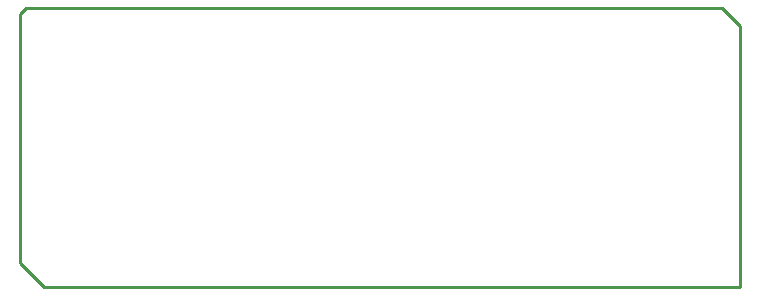
<source format=gko>
G04 ---------------------------- Layer name :KeepOutLayer *
G04 easyEDA 0.1*
G04 Scale: 100 percent, Rotated: No, Reflected: No *
G04 Dimensions in inches *
G04 leading zeros omitted , absolute positions ,2 integer and 4 * 
%FSLAX24Y24*%
%MOIN*%
G90*
G70D02*

%ADD10C,0.010000*%
G54D10*
G01X300Y18600D02*
G01X23400Y18600D01*
G01X24000Y18000D01*
G01X24000Y9300D01*
G01X800Y9300D01*
G01X0Y10100D01*
G01X0Y18400D01*
G01X200Y18600D01*
G01X2600Y18600D01*

%LPD*%
%LNVIA PAD TRACK COPPERAREA*%

M00*
M02*
</source>
